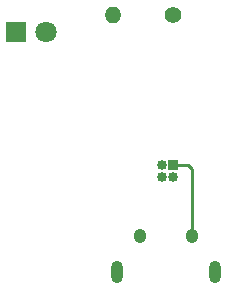
<source format=gbr>
%TF.GenerationSoftware,KiCad,Pcbnew,6.0.6*%
%TF.CreationDate,2022-07-13T22:25:43+03:00*%
%TF.ProjectId,led.d,6c65642e-642e-46b6-9963-61645f706362,0*%
%TF.SameCoordinates,Original*%
%TF.FileFunction,Copper,L2,Bot*%
%TF.FilePolarity,Positive*%
%FSLAX46Y46*%
G04 Gerber Fmt 4.6, Leading zero omitted, Abs format (unit mm)*
G04 Created by KiCad (PCBNEW 6.0.6) date 2022-07-13 22:25:43*
%MOMM*%
%LPD*%
G01*
G04 APERTURE LIST*
%TA.AperFunction,ComponentPad*%
%ADD10O,0.850000X0.850000*%
%TD*%
%TA.AperFunction,ComponentPad*%
%ADD11R,0.850000X0.850000*%
%TD*%
%TA.AperFunction,ComponentPad*%
%ADD12C,1.400000*%
%TD*%
%TA.AperFunction,ComponentPad*%
%ADD13O,1.400000X1.400000*%
%TD*%
%TA.AperFunction,ComponentPad*%
%ADD14R,1.800000X1.800000*%
%TD*%
%TA.AperFunction,ComponentPad*%
%ADD15C,1.800000*%
%TD*%
%TA.AperFunction,ComponentPad*%
%ADD16O,1.000000X1.900000*%
%TD*%
%TA.AperFunction,ComponentPad*%
%ADD17O,1.050000X1.250000*%
%TD*%
%TA.AperFunction,Conductor*%
%ADD18C,0.250000*%
%TD*%
G04 APERTURE END LIST*
D10*
%TO.P,J2,4,Pin_4*%
%TO.N,data positive*%
X76470000Y-272780000D03*
%TO.P,J2,3,Pin_3*%
%TO.N,ID*%
X76470000Y-271780000D03*
%TO.P,J2,2,Pin_2*%
%TO.N,data negative*%
X77470000Y-272780000D03*
D11*
%TO.P,J2,1,Pin_1*%
%TO.N,Shiled*%
X77470000Y-271780000D03*
%TD*%
D12*
%TO.P,R1000,1*%
%TO.N,VCC*%
X77470000Y-259080000D03*
D13*
%TO.P,R1000,2*%
%TO.N,Net-(D1-Pad2)*%
X72390000Y-259080000D03*
%TD*%
D14*
%TO.P,D1,1,K*%
%TO.N,GND*%
X64150000Y-260485000D03*
D15*
%TO.P,D1,2,A*%
%TO.N,Net-(D1-Pad2)*%
X66690000Y-260485000D03*
%TD*%
D16*
%TO.P,J1,6,Shield*%
%TO.N,Shiled*%
X72675000Y-280805000D03*
D17*
X74625000Y-277805000D03*
X79075000Y-277805000D03*
D16*
X81025000Y-280805000D03*
%TD*%
D18*
%TO.N,Shiled*%
X79075000Y-272115000D02*
X78740000Y-271780000D01*
X79075000Y-277805000D02*
X79075000Y-272115000D01*
X78740000Y-271780000D02*
X77470000Y-271780000D01*
%TD*%
M02*

</source>
